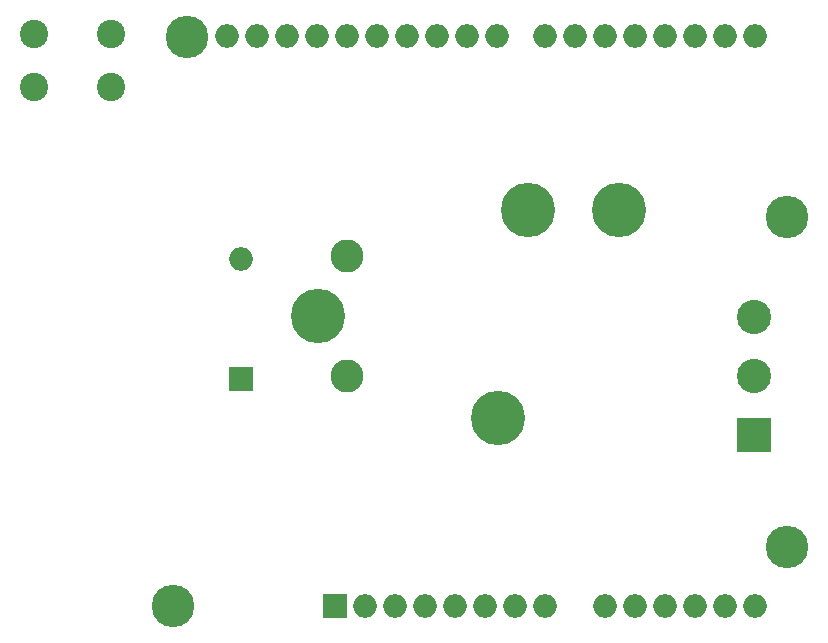
<source format=gbs>
G04 #@! TF.GenerationSoftware,KiCad,Pcbnew,(2017-11-08 revision cd21218)-HEAD*
G04 #@! TF.CreationDate,2018-02-05T18:12:23+02:00*
G04 #@! TF.ProjectId,esp8266_uno_relay,657370383236365F756E6F5F72656C61,rev?*
G04 #@! TF.SameCoordinates,Original*
G04 #@! TF.FileFunction,Soldermask,Bot*
G04 #@! TF.FilePolarity,Negative*
%FSLAX46Y46*%
G04 Gerber Fmt 4.6, Leading zero omitted, Abs format (unit mm)*
G04 Created by KiCad (PCBNEW (2017-11-08 revision cd21218)-HEAD) date Mon Feb  5 18:12:23 2018*
%MOMM*%
%LPD*%
G01*
G04 APERTURE LIST*
%ADD10C,3.600000*%
%ADD11C,4.600000*%
%ADD12C,2.800000*%
%ADD13O,2.000000X2.000000*%
%ADD14R,2.000000X2.000000*%
%ADD15R,2.900000X2.900000*%
%ADD16C,2.900000*%
%ADD17C,2.400000*%
G04 APERTURE END LIST*
D10*
X119250000Y-143750000D03*
X171250000Y-138750000D03*
X171250000Y-110750000D03*
X120500000Y-95500000D03*
D11*
X157052146Y-110213880D03*
X149302146Y-110213880D03*
X146802146Y-127813880D03*
X131552146Y-119163880D03*
D12*
X134052146Y-114063880D03*
X134052146Y-124213880D03*
D13*
X123860000Y-95490000D03*
X126400000Y-95490000D03*
D14*
X133000000Y-143750000D03*
D13*
X163480000Y-95490000D03*
X135540000Y-143750000D03*
X160940000Y-95490000D03*
X138080000Y-143750000D03*
X158400000Y-95490000D03*
X140620000Y-143750000D03*
X155860000Y-95490000D03*
X143160000Y-143750000D03*
X153320000Y-95490000D03*
X145700000Y-143750000D03*
X150780000Y-95490000D03*
X148240000Y-143750000D03*
X146720000Y-95490000D03*
X150780000Y-143750000D03*
X144180000Y-95490000D03*
X155860000Y-143750000D03*
X141640000Y-95490000D03*
X158400000Y-143750000D03*
X139100000Y-95490000D03*
X160940000Y-143750000D03*
X136560000Y-95490000D03*
X163480000Y-143750000D03*
X134020000Y-95490000D03*
X166020000Y-143750000D03*
X131480000Y-95490000D03*
X168560000Y-143750000D03*
X128940000Y-95490000D03*
X168560000Y-95490000D03*
X166020000Y-95490000D03*
D14*
X125000000Y-124500000D03*
D13*
X125000000Y-114340000D03*
D15*
X168500000Y-129250000D03*
D16*
X168500000Y-124250000D03*
X168500000Y-119250000D03*
D17*
X114000000Y-95250000D03*
X114000000Y-99750000D03*
X107500000Y-95250000D03*
X107500000Y-99750000D03*
M02*

</source>
